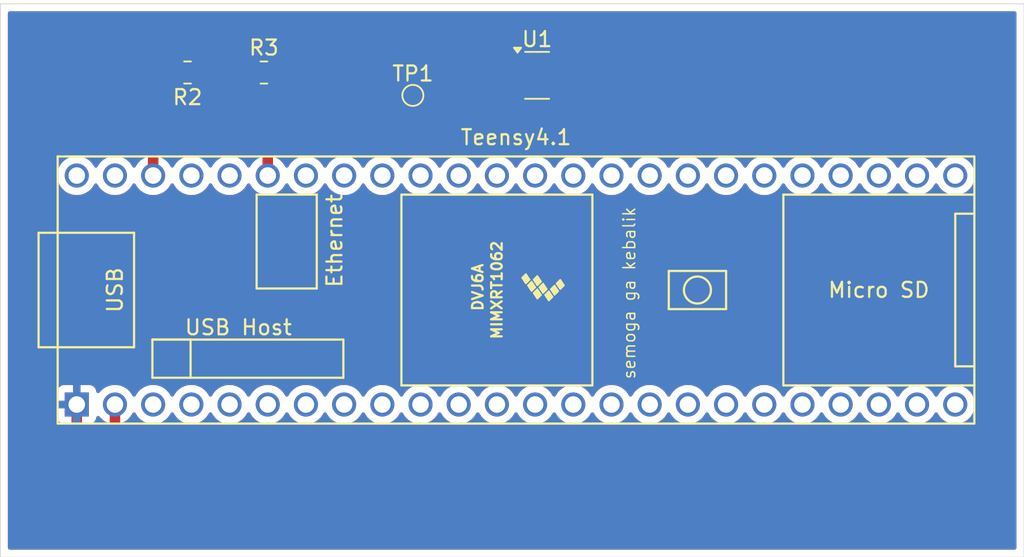
<source format=kicad_pcb>
(kicad_pcb (version 20240108) (generator "pcbnew") (generator_version "8.0")
  (layers (0 "F.Cu" signal) (31 "B.Cu" signal) (34 "B.Paste" user) (35 "F.Paste" user) (36 "B.SilkS" user "B.Silkscreen") (37 "F.SilkS" user "F.Silkscreen") (38 "B.Mask" user) (39 "F.Mask" user) (44 "Edge.Cuts" user))
  (net 0 "")
  (net 1 "GND")
  (net 2 "Net-(R2-Pad2)")
  (net 3 "Net-(Teensy4.1-A7{slash}RX5)")
  (net 49 "unconnected-(Teensy4.1-RX1-Pad2)")
  (net 50 "unconnected-(Teensy4.1-GND-Pad1)")
  (net 54 "3.3V")
  (footprint "Package_TO_SOT_SMD:SOT-23-6" (layer "F.Cu") (at 141.8645 59.116)
    (property "Reference" "U1" (at 0 -2.4 0) (layer "F.SilkS"))
    (property "Value" "SRV05-4")
    (fp_line (start 0 -1.56) (end -0.8 -1.56) (stroke (width 0.12)) (layer "F.SilkS"))
    (fp_line (start 0 -1.56) (end 0.8 -1.56) (stroke (width 0.12)) (layer "F.SilkS"))
    (fp_line (start 0 1.56) (end -0.8 1.56) (stroke (width 0.12)) (layer "F.SilkS"))
    (fp_line (start 0 1.56) (end 0.8 1.56) (stroke (width 0.12)) (layer "F.SilkS"))
    (fp_poly (pts (xy -1.3 -1.51) (xy -1.54 -1.84) (xy -1.06 -1.84) (xy -1.3 -1.51)) (stroke (width 0.12)) (fill solid) (layer "F.SilkS"))
    (pad "1" smd roundrect (at -1.1375 -0.95) (size 1.325 0.6) (layers "F.Cu" "F.Paste" "F.Mask"))
    (pad "2" smd roundrect (at -1.1375 0) (size 1.325 0.6) (layers "F.Cu" "F.Paste" "F.Mask") (net 1 "GND"))
    (pad "3" smd roundrect (at -1.1375 0.95) (size 1.325 0.6) (layers "F.Cu" "F.Paste" "F.Mask"))
    (pad "4" smd roundrect (at 1.1375 0.95) (size 1.325 0.6) (layers "F.Cu" "F.Paste" "F.Mask"))
    (pad "5" smd roundrect (at 1.1375 0) (size 1.325 0.6) (layers "F.Cu" "F.Paste" "F.Mask") (net 54 "3.3V"))
    (pad "6" smd roundrect (at 1.1375 -0.95) (size 1.325 0.6) (layers "F.Cu" "F.Paste" "F.Mask"))
  )
  (footprint "teensy41:Teensy41" (layer "F.Cu") (at 140.462 73.406)
    (property "Reference" "Teensy4.1" (at 0 -10.16 0) (layer "F.SilkS"))
    (property "Value" "~")
    (fp_line (start -31.75 -3.81) (end -30.48 -3.81) (stroke (width 0.15)) (layer "F.SilkS"))
    (fp_line (start -31.75 3.81) (end -31.75 -3.81) (stroke (width 0.15)) (layer "F.SilkS"))
    (fp_line (start -30.48 -8.89) (end 30.48 -8.89) (stroke (width 0.15)) (layer "F.SilkS"))
    (fp_line (start -30.48 3.81) (end -31.75 3.81) (stroke (width 0.15)) (layer "F.SilkS"))
    (fp_line (start -30.48 8.89) (end -30.48 -8.89) (stroke (width 0.15)) (layer "F.SilkS"))
    (fp_line (start -25.4 -3.81) (end -30.48 -3.81) (stroke (width 0.15)) (layer "F.SilkS"))
    (fp_line (start -25.4 3.81) (end -30.48 3.81) (stroke (width 0.15)) (layer "F.SilkS"))
    (fp_line (start -25.4 3.81) (end -25.4 -3.81) (stroke (width 0.15)) (layer "F.SilkS"))
    (fp_line (start -24.1808 3.2992) (end -21.6408 3.2992) (stroke (width 0.15)) (layer "F.SilkS"))
    (fp_line (start -24.1808 3.2992) (end -11.4808 3.2992) (stroke (width 0.15)) (layer "F.SilkS"))
    (fp_line (start -24.1808 5.8392) (end -24.1808 3.2992) (stroke (width 0.15)) (layer "F.SilkS"))
    (fp_line (start -21.6408 3.2992) (end -21.6408 5.8392) (stroke (width 0.15)) (layer "F.SilkS"))
    (fp_line (start -17.25 -6.3516) (end -17.25 -6.1016) (stroke (width 0.15)) (layer "F.SilkS"))
    (fp_line (start -17.25 -6.1016) (end -17.25 -0.1016) (stroke (width 0.15)) (layer "F.SilkS"))
    (fp_line (start -17.25 -0.1016) (end -13.25 -0.1016) (stroke (width 0.15)) (layer "F.SilkS"))
    (fp_line (start -13.25 -6.3516) (end -17.25 -6.3516) (stroke (width 0.15)) (layer "F.SilkS"))
    (fp_line (start -13.25 -0.1016) (end -13.25 -6.3516) (stroke (width 0.15)) (layer "F.SilkS"))
    (fp_line (start -11.4808 3.2992) (end -11.4808 5.8392) (stroke (width 0.15)) (layer "F.SilkS"))
    (fp_line (start -11.4808 5.8392) (end -24.1808 5.8392) (stroke (width 0.15)) (layer "F.SilkS"))
    (fp_line (start -7.62 -6.35) (end -7.62 6.35) (stroke (width 0.15)) (layer "F.SilkS"))
    (fp_line (start -7.62 6.35) (end 5.08 6.35) (stroke (width 0.15)) (layer "F.SilkS"))
    (fp_line (start 5.08 -6.35) (end -7.62 -6.35) (stroke (width 0.15)) (layer "F.SilkS"))
    (fp_line (start 5.08 6.35) (end 5.08 -6.35) (stroke (width 0.15)) (layer "F.SilkS"))
    (fp_line (start 10.16 -1.27) (end 13.97 -1.27) (stroke (width 0.15)) (layer "F.SilkS"))
    (fp_line (start 10.16 1.27) (end 10.16 -1.27) (stroke (width 0.15)) (layer "F.SilkS"))
    (fp_line (start 13.97 -1.27) (end 13.97 1.27) (stroke (width 0.15)) (layer "F.SilkS"))
    (fp_line (start 13.97 1.27) (end 10.16 1.27) (stroke (width 0.15)) (layer "F.SilkS"))
    (fp_line (start 17.78 -6.35) (end 17.78 6.35) (stroke (width 0.15)) (layer "F.SilkS"))
    (fp_line (start 17.78 6.35) (end 30.48 6.35) (stroke (width 0.15)) (layer "F.SilkS"))
    (fp_line (start 29.21 -5.08) (end 29.21 5.08) (stroke (width 0.15)) (layer "F.SilkS"))
    (fp_line (start 29.21 5.08) (end 30.48 5.08) (stroke (width 0.15)) (layer "F.SilkS"))
    (fp_line (start 30.48 -8.89) (end 30.48 8.89) (stroke (width 0.15)) (layer "F.SilkS"))
    (fp_line (start 30.48 -6.35) (end 17.78 -6.35) (stroke (width 0.15)) (layer "F.SilkS"))
    (fp_line (start 30.48 -5.08) (end 29.21 -5.08) (stroke (width 0.15)) (layer "F.SilkS"))
    (fp_line (start 30.48 8.89) (end -30.48 8.89) (stroke (width 0.15)) (layer "F.SilkS"))
    (fp_circle (center 12.065 0) (end 12.7 -0.635) (stroke (width 0.15)) (fill none) (layer "F.SilkS"))
    (fp_poly (pts (xy 0.911 -0.688) (xy 0.657 -0.434) (xy 0.403 -0.815) (xy 0.657 -1.069)) (stroke (width 0.1)) (fill solid) (layer "F.SilkS"))
    (fp_poly (pts (xy 1.292 -0.18) (xy 1.038 0.074) (xy 0.784 -0.307) (xy 1.038 -0.561)) (stroke (width 0.1)) (fill solid) (layer "F.SilkS"))
    (fp_poly (pts (xy 1.673 -0.561) (xy 1.419 -0.307) (xy 1.165 -0.688) (xy 1.419 -0.942)) (stroke (width 0.1)) (fill solid) (layer "F.SilkS"))
    (fp_poly (pts (xy 1.673 0.328) (xy 1.419 0.582) (xy 1.165 0.201) (xy 1.419 -0.053)) (stroke (width 0.1)) (fill solid) (layer "F.SilkS"))
    (fp_poly (pts (xy 2.054 -0.053) (xy 1.8 0.201) (xy 1.546 -0.18) (xy 1.8 -0.434)) (stroke (width 0.1)) (fill solid) (layer "F.SilkS"))
    (fp_poly (pts (xy 2.435 0.455) (xy 2.181 0.709) (xy 1.927 0.328) (xy 2.181 0.074)) (stroke (width 0.1)) (fill solid) (layer "F.SilkS"))
    (fp_poly (pts (xy 2.816 0.074) (xy 2.562 0.328) (xy 2.308 -0.053) (xy 2.562 -0.307)) (stroke (width 0.1)) (fill solid) (layer "F.SilkS"))
    (fp_poly (pts (xy 3.197 -0.307) (xy 2.943 -0.053) (xy 2.689 -0.434) (xy 2.943 -0.688)) (stroke (width 0.1)) (fill solid) (layer "F.SilkS"))
    (fp_text user "Micro SD" (at 24.13 0 0) (layer "F.SilkS"))
    (fp_text user "semoga ga kebalik" (at 8 6 90) (layer "F.SilkS") (effects (font (size 0.8 0.8) (thickness 0.1)) (justify left bottom)))
    (fp_text user "USB Host" (at -18.4658 2.4892 0) (layer "F.SilkS"))
    (fp_text user "USB" (at -26.67 0 -90) (layer "F.SilkS"))
    (fp_text user "DVJ6A" (at -2.54 -0.18 -90) (layer "F.SilkS") (effects (font (size 0.7 0.7))))
    (fp_text user "MIMXRT1062" (at -1.27 0 -90) (layer "F.SilkS") (effects (font (size 0.7 0.7))))
    (fp_text user "Ethernet" (at -12.065 -3.2766 90) (layer "F.SilkS"))
    (pad "1" thru_hole rect (at -29.21 7.62) (size 1.6 1.6) (drill 1.1) (layers "*.Cu" "*.Mask") (net 50 "unconnected-(Teensy4.1-GND-Pad1)"))
    (pad "2" thru_hole circle (at -26.67 7.62) (size 1.6 1.6) (drill 1.1) (layers "*.Cu" "*.Mask") (net 49 "unconnected-(Teensy4.1-RX1-Pad2)"))
    (pad "3" thru_hole circle (at -24.13 7.62) (size 1.6 1.6) (drill 1.1) (layers "*.Cu" "*.Mask"))
    (pad "4" thru_hole circle (at -21.59 7.62) (size 1.6 1.6) (drill 1.1) (layers "*.Cu" "*.Mask"))
    (pad "5" thru_hole circle (at -19.05 7.62) (size 1.6 1.6) (drill 1.1) (layers "*.Cu" "*.Mask"))
    (pad "6" thru_hole circle (at -16.51 7.62) (size 1.6 1.6) (drill 1.1) (layers "*.Cu" "*.Mask"))
    (pad "7" thru_hole circle (at -13.97 7.62) (size 1.6 1.6) (drill 1.1) (layers "*.Cu" "*.Mask"))
    (pad "8" thru_hole circle (at -11.43 7.62) (size 1.6 1.6) (drill 1.1) (layers "*.Cu" "*.Mask"))
    (pad "9" thru_hole circle (at -8.89 7.62) (size 1.6 1.6) (drill 1.1) (layers "*.Cu" "*.Mask"))
    (pad "10" thru_hole circle (at -6.35 7.62) (size 1.6 1.6) (drill 1.1) (layers "*.Cu" "*.Mask"))
    (pad "11" thru_hole circle (at -3.81 7.62) (size 1.6 1.6) (drill 1.1) (layers "*.Cu" "*.Mask"))
    (pad "12" thru_hole circle (at -1.27 7.62) (size 1.6 1.6) (drill 1.1) (layers "*.Cu" "*.Mask"))
    (pad "13" thru_hole circle (at 1.27 7.62) (size 1.6 1.6) (drill 1.1) (layers "*.Cu" "*.Mask"))
    (pad "14" thru_hole circle (at 3.81 7.62) (size 1.6 1.6) (drill 1.1) (layers "*.Cu" "*.Mask"))
    (pad "15" thru_hole circle (at 6.35 7.62) (size 1.6 1.6) (drill 1.1) (layers "*.Cu" "*.Mask"))
    (pad "16" thru_hole circle (at 8.89 7.62) (size 1.6 1.6) (drill 1.1) (layers "*.Cu" "*.Mask"))
    (pad "17" thru_hole circle (at 11.43 7.62) (size 1.6 1.6) (drill 1.1) (layers "*.Cu" "*.Mask"))
    (pad "18" thru_hole circle (at 13.97 7.62) (size 1.6 1.6) (drill 1.1) (layers "*.Cu" "*.Mask"))
    (pad "19" thru_hole circle (at 16.51 7.62) (size 1.6 1.6) (drill 1.1) (layers "*.Cu" "*.Mask"))
    (pad "20" thru_hole circle (at 19.05 7.62) (size 1.6 1.6) (drill 1.1) (layers "*.Cu" "*.Mask"))
    (pad "21" thru_hole circle (at 21.59 7.62) (size 1.6 1.6) (drill 1.1) (layers "*.Cu" "*.Mask"))
    (pad "22" thru_hole circle (at 24.13 7.62) (size 1.6 1.6) (drill 1.1) (layers "*.Cu" "*.Mask"))
    (pad "23" thru_hole circle (at 26.67 7.62) (size 1.6 1.6) (drill 1.1) (layers "*.Cu" "*.Mask"))
    (pad "24" thru_hole circle (at 29.21 7.62) (size 1.6 1.6) (drill 1.1) (layers "*.Cu" "*.Mask"))
    (pad "25" thru_hole circle (at 29.21 -7.62) (size 1.6 1.6) (drill 1.1) (layers "*.Cu" "*.Mask"))
    (pad "26" thru_hole circle (at 26.67 -7.62) (size 1.6 1.6) (drill 1.1) (layers "*.Cu" "*.Mask"))
    (pad "27" thru_hole circle (at 24.13 -7.62) (size 1.6 1.6) (drill 1.1) (layers "*.Cu" "*.Mask"))
    (pad "28" thru_hole circle (at 21.59 -7.62) (size 1.6 1.6) (drill 1.1) (layers "*.Cu" "*.Mask"))
    (pad "29" thru_hole circle (at 19.05 -7.62) (size 1.6 1.6) (drill 1.1) (layers "*.Cu" "*.Mask"))
    (pad "30" thru_hole circle (at 16.51 -7.62) (size 1.6 1.6) (drill 1.1) (layers "*.Cu" "*.Mask"))
    (pad "31" thru_hole circle (at 13.97 -7.62) (size 1.6 1.6) (drill 1.1) (layers "*.Cu" "*.Mask"))
    (pad "32" thru_hole circle (at 11.43 -7.62) (size 1.6 1.6) (drill 1.1) (layers "*.Cu" "*.Mask"))
    (pad "33" thru_hole circle (at 8.89 -7.62) (size 1.6 1.6) (drill 1.1) (layers "*.Cu" "*.Mask"))
    (pad "34" thru_hole circle (at 6.35 -7.62) (size 1.6 1.6) (drill 1.1) (layers "*.Cu" "*.Mask"))
    (pad "35" thru_hole circle (at 3.81 -7.62) (size 1.6 1.6) (drill 1.1) (layers "*.Cu" "*.Mask"))
    (pad "36" thru_hole circle (at 1.27 -7.62) (size 1.6 1.6) (drill 1.1) (layers "*.Cu" "*.Mask"))
    (pad "37" thru_hole circle (at -1.27 -7.62) (size 1.6 1.6) (drill 1.1) (layers "*.Cu" "*.Mask"))
    (pad "38" thru_hole circle (at -3.81 -7.62) (size 1.6 1.6) (drill 1.1) (layers "*.Cu" "*.Mask"))
    (pad "39" thru_hole circle (at -6.35 -7.62) (size 1.6 1.6) (drill 1.1) (layers "*.Cu" "*.Mask"))
    (pad "40" thru_hole circle (at -8.89 -7.62) (size 1.6 1.6) (drill 1.1) (layers "*.Cu" "*.Mask"))
    (pad "41" thru_hole circle (at -11.43 -7.62) (size 1.6 1.6) (drill 1.1) (layers "*.Cu" "*.Mask"))
    (pad "42" thru_hole circle (at -13.97 -7.62) (size 1.6 1.6) (drill 1.1) (layers "*.Cu" "*.Mask"))
    (pad "43" thru_hole circle (at -16.51 -7.62) (size 1.6 1.6) (drill 1.1) (layers "*.Cu" "*.Mask") (net 3 "Net-(Teensy4.1-A7{slash}RX5)"))
    (pad "44" thru_hole circle (at -19.05 -7.62) (size 1.6 1.6) (drill 1.1) (layers "*.Cu" "*.Mask"))
    (pad "45" thru_hole circle (at -21.59 -7.62) (size 1.6 1.6) (drill 1.1) (layers "*.Cu" "*.Mask"))
    (pad "46" thru_hole circle (at -24.13 -7.62) (size 1.6 1.6) (drill 1.1) (layers "*.Cu" "*.Mask") (net 2 "Net-(R2-Pad2)"))
    (pad "47" thru_hole circle (at -26.67 -7.62) (size 1.6 1.6) (drill 1.1) (layers "*.Cu" "*.Mask"))
    (pad "48" thru_hole circle (at -29.21 -7.62) (size 1.6 1.6) (drill 1.1) (layers "*.Cu" "*.Mask"))
  )
  (footprint "TestPoint:TestPoint_Pad_D1.0mm" (layer "F.Cu") (at 133.604 60.452)
    (property "Reference" "TP1" (at 0 -1.448 0) (layer "F.SilkS"))
    (property "Value" "TestPoint")
    (fp_circle (center 0 0) (end 0 0.7) (stroke (width 0.12)) (fill none) (layer "F.SilkS"))
    (pad "1" smd circle (at 0 0) (size 1 1) (layers "F.Cu" "F.Mask"))
  )
  (footprint "Resistor_SMD:R_0805_2012Metric_Pad1.20x1.40mm_HandSolder" (layer "F.Cu") (at 123.698 58.928)
    (property "Reference" "R3" (at 0 -1.65 0) (layer "F.SilkS"))
    (property "Value" "R")
    (fp_line (start -0.227064 -0.735) (end 0.227064 -0.735) (stroke (width 0.12)) (layer "F.SilkS"))
    (fp_line (start -0.227064 0.735) (end 0.227064 0.735) (stroke (width 0.12)) (layer "F.SilkS"))
    (pad "1" smd roundrect (at -1 0) (size 1.2 1.4) (layers "F.Cu" "F.Paste" "F.Mask") (roundrect_rratio 0.208333) (net 3 "Net-(Teensy4.1-A7{slash}RX5)"))
    (pad "2" smd roundrect (at 1 0) (size 1.2 1.4) (layers "F.Cu" "F.Paste" "F.Mask") (roundrect_rratio 0.208333) (net 1 "GND"))
  )
  (footprint "Resistor_SMD:R_0805_2012Metric_Pad1.20x1.40mm_HandSolder" (layer "F.Cu") (at 118.618 58.928 180)
    (property "Reference" "R2" (at 0 -1.65 0) (layer "F.SilkS"))
    (property "Value" "R")
    (fp_line (start -0.227064 0.735) (end 0.227064 0.735) (stroke (width 0.12)) (layer "F.SilkS"))
    (fp_line (start -0.227064 -0.735) (end 0.227064 -0.735) (stroke (width 0.12)) (layer "F.SilkS"))
    (pad "1" smd roundrect (at -1 0 180) (size 1.2 1.4) (layers "F.Cu" "F.Paste" "F.Mask") (roundrect_rratio 0.208333) (net 3 "Net-(Teensy4.1-A7{slash}RX5)"))
    (pad "2" smd roundrect (at 1 0 180) (size 1.2 1.4) (layers "F.Cu" "F.Paste" "F.Mask") (roundrect_rratio 0.208333) (net 2 "Net-(R2-Pad2)"))
  )
  (gr_rect (start 106.172 54.356) (end 174.244 91.186) (stroke (width 0.05)) (fill none) (layer "Edge.Cuts"))
  (segment (start 115.57 87.376) (end 118.364 87.376) (width 0.7) (layer "F.Cu") (net 0))
  (segment (start 117.618 58.928) (end 117.348 58.928) (width 0.7) (layer "F.Cu") (net 2))
  (segment (start 116.332 59.944) (end 116.332 65.786) (width 0.7) (layer "F.Cu") (net 2))
  (segment (start 117.348 58.928) (end 116.332 59.944) (width 0.7) (layer "F.Cu") (net 2))
  (segment (start 119.618 58.928) (end 122.698 58.928) (width 0.7) (layer "F.Cu") (net 3))
  (segment (start 122.698 61.992) (end 123.952 63.246) (width 0.7) (layer "F.Cu") (net 3))
  (segment (start 122.698 58.928) (end 122.698 61.992) (width 0.7) (layer "F.Cu") (net 3))
  (segment (start 123.952 63.246) (end 123.952 65.786) (width 0.7) (layer "F.Cu") (net 3))
  (segment (start 113.792 84.074) (end 113.792 81.026) (width 0.7) (layer "F.Cu") (net 49))
  (segment (start 119.634 84.836) (end 114.554 84.836) (width 0.7) (layer "F.Cu") (net 49))
  (segment (start 120.364 85.566) (end 119.634 84.836) (width 0.7) (layer "F.Cu") (net 49))
  (segment (start 120.364 87.376) (end 120.364 85.566) (width 0.7) (layer "F.Cu") (net 49))
  (segment (start 114.554 84.836) (end 113.792 84.074) (width 0.7) (layer "F.Cu") (net 49))
  (segment (start 111.252 81.026) (end 111.252 86.868) (width 0.7) (layer "F.Cu") (net 50))
  (segment (start 111.76 87.376) (end 113.695 87.376) (width 0.7) (layer "F.Cu") (net 50))
  (segment (start 111.252 86.868) (end 111.76 87.376) (width 0.7) (layer "F.Cu") (net 50))
  (zone (net 1) (net_name "GND") (layers "F&B.Cu") (connect_pads (clearance 0.5)) (min_thickness 0.25) (fill yes (thermal_gap 0.5) (thermal_bridge_width 0.5))
    (polygon (pts (xy 106.172 54.356) (xy 174.244 54.356) (xy 174.244 91.186) (xy 106.172 91.186) (xy 106.172 54.102)))
  )
)
</source>
